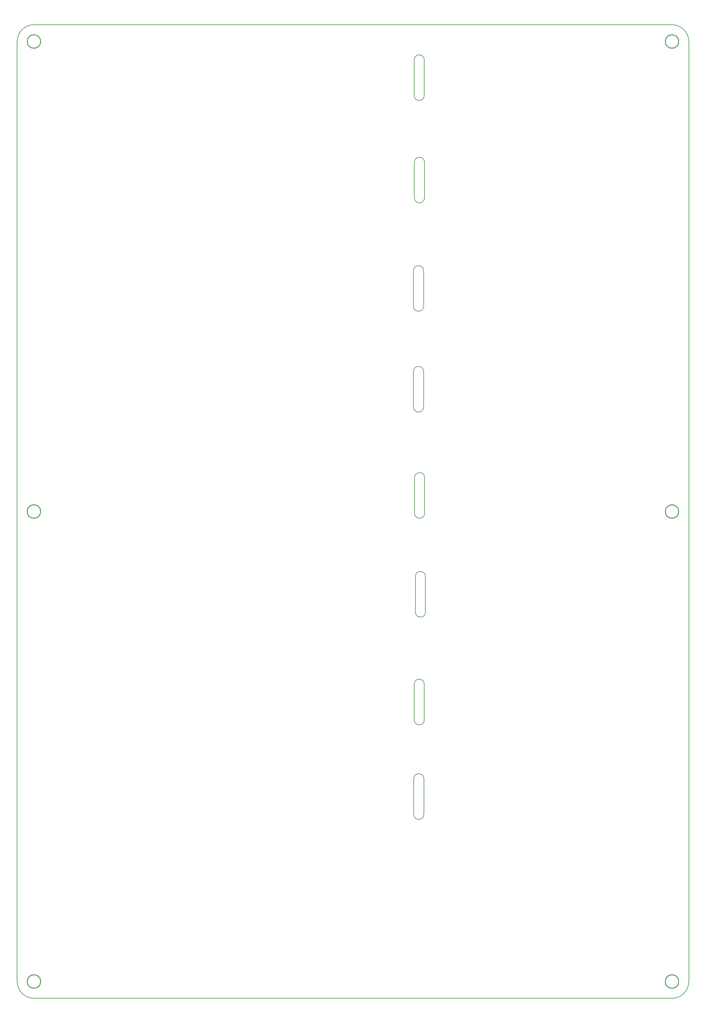
<source format=gbr>
%TF.GenerationSoftware,Altium Limited,Altium Designer,24.10.1 (45)*%
G04 Layer_Color=16711935*
%FSLAX43Y43*%
%MOMM*%
%TF.SameCoordinates,766D9AF5-BA92-4156-BEB6-FD46E2A8267A*%
%TF.FilePolarity,Positive*%
%TF.FileFunction,Keep-out,Top*%
%TF.Part,Single*%
G01*
G75*
%TA.AperFunction,NonConductor*%
%ADD81C,0.200*%
%ADD82C,0.254*%
D81*
X195000Y0D02*
G03*
X200000Y5000I0J5000D01*
G01*
X0D02*
G03*
X5000Y0I5000J0D01*
G01*
X200000Y285000D02*
G03*
X195000Y290000I-5000J0D01*
G01*
X121023Y186723D02*
G03*
X118023Y186723I-1500J0D01*
G01*
Y176124D02*
G03*
X121023Y176124I1500J0D01*
G01*
X121030Y216743D02*
G03*
X118030Y216743I-1500J0D01*
G01*
Y206144D02*
G03*
X121030Y206144I1500J0D01*
G01*
X121230Y279532D02*
G03*
X118230Y279532I-1500J0D01*
G01*
Y268933D02*
G03*
X121230Y268933I1500J0D01*
G01*
X121292Y249017D02*
G03*
X118292Y249017I-1500J0D01*
G01*
Y238418D02*
G03*
X121292Y238418I1500J0D01*
G01*
X121094Y65405D02*
G03*
X118094Y65405I-1500J0D01*
G01*
Y54806D02*
G03*
X121094Y54806I1500J0D01*
G01*
X121585Y125643D02*
G03*
X118585Y125643I-1500J0D01*
G01*
Y115044D02*
G03*
X121585Y115044I1500J0D01*
G01*
X121234Y93555D02*
G03*
X118234Y93555I-1500J0D01*
G01*
Y82956D02*
G03*
X121234Y82956I1500J0D01*
G01*
X121334Y155089D02*
G03*
X118334Y155089I-1500J0D01*
G01*
Y144489D02*
G03*
X121334Y144489I1500J0D01*
G01*
X5000Y290000D02*
G03*
X0Y285000I0J-5000D01*
G01*
X5000Y0D02*
X195000Y0D01*
X-0Y5000D02*
X0Y285000D01*
X200000Y5000D02*
X200000Y285000D01*
X118023Y176124D02*
Y186721D01*
X121023Y176124D02*
Y186723D01*
X118030Y206144D02*
Y216740D01*
X121030Y206144D02*
Y216743D01*
X118230Y268933D02*
Y279529D01*
X121230Y268933D02*
Y279532D01*
X118292Y238418D02*
Y249014D01*
X121292Y238418D02*
Y249017D01*
X118094Y54806D02*
Y65402D01*
X121094Y54806D02*
Y65405D01*
X118585Y115044D02*
Y125640D01*
X121585Y115044D02*
Y125643D01*
X118234Y82956D02*
Y93552D01*
X121234Y82956D02*
Y93555D01*
X118334Y144489D02*
Y155086D01*
X121334Y144489D02*
Y155089D01*
X5000Y290000D02*
X195110Y290000D01*
D82*
X197000Y5000D02*
G03*
X197000Y5000I-2000J0D01*
G01*
X7000D02*
G03*
X7000Y5000I-2000J0D01*
G01*
X197000Y285000D02*
G03*
X197000Y285000I-2000J0D01*
G01*
X7000Y145000D02*
G03*
X7000Y145000I-2000J0D01*
G01*
X197000D02*
G03*
X197000Y145000I-2000J0D01*
G01*
X7000Y285000D02*
G03*
X7000Y285000I-2000J0D01*
G01*
%TF.MD5,4960f2c7960d6bf882adca54a3225bba*%
M02*

</source>
